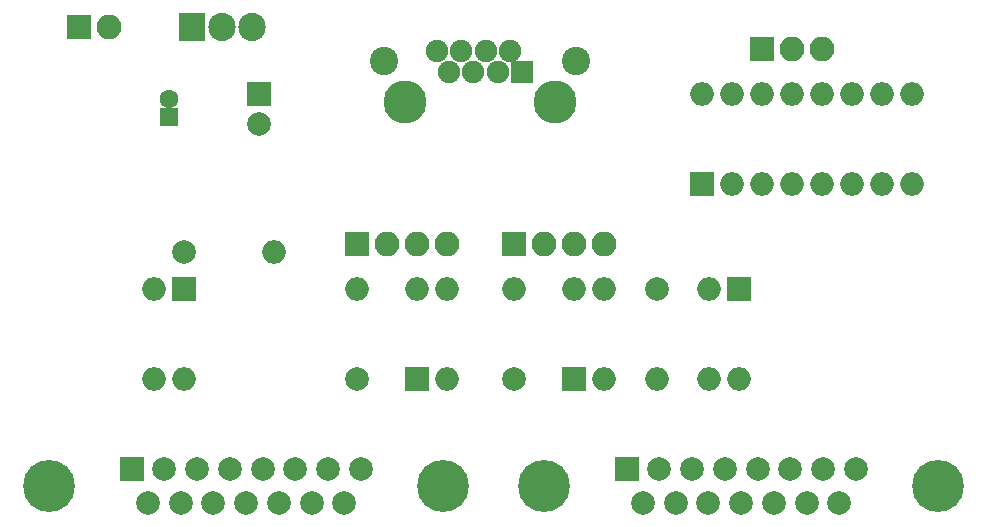
<source format=gbs>
G04 #@! TF.GenerationSoftware,KiCad,Pcbnew,(6.0.0-rc1-dev-392-gd9d005190)*
G04 #@! TF.CreationDate,2019-08-06T21:11:29-04:00*
G04 #@! TF.ProjectId,relay_ctrl_compressor_bainet,72656C61795F6374726C5F636F6D7072,rev?*
G04 #@! TF.SameCoordinates,Original*
G04 #@! TF.FileFunction,Soldermask,Bot*
G04 #@! TF.FilePolarity,Negative*
%FSLAX46Y46*%
G04 Gerber Fmt 4.6, Leading zero omitted, Abs format (unit mm)*
G04 Created by KiCad (PCBNEW (6.0.0-rc1-dev-392-gd9d005190)) date 08/06/19 21:11:29*
%MOMM*%
%LPD*%
G01*
G04 APERTURE LIST*
%ADD10C,4.400000*%
%ADD11C,2.000000*%
%ADD12R,2.000000X2.000000*%
%ADD13O,2.000000X2.000000*%
%ADD14O,2.305000X2.400000*%
%ADD15R,2.305000X2.400000*%
%ADD16O,2.100000X2.100000*%
%ADD17R,2.100000X2.100000*%
%ADD18C,2.400000*%
%ADD19C,3.650000*%
%ADD20C,1.900000*%
%ADD21R,1.900000X1.900000*%
%ADD22C,1.600000*%
%ADD23R,1.600000X1.600000*%
G04 APERTURE END LIST*
D10*
G04 #@! TO.C,J2*
X159060000Y-125245000D03*
X125760000Y-125245000D03*
D11*
X150720000Y-126665000D03*
X147950000Y-126665000D03*
X145180000Y-126665000D03*
X142410000Y-126665000D03*
X139640000Y-126665000D03*
X136870000Y-126665000D03*
X134100000Y-126665000D03*
X152105000Y-123825000D03*
X149335000Y-123825000D03*
X146565000Y-123825000D03*
X143795000Y-123825000D03*
X141025000Y-123825000D03*
X138255000Y-123825000D03*
X135485000Y-123825000D03*
D12*
X132715000Y-123825000D03*
G04 #@! TD*
D10*
G04 #@! TO.C,J1*
X117150000Y-125245000D03*
X83850000Y-125245000D03*
D11*
X108810000Y-126665000D03*
X106040000Y-126665000D03*
X103270000Y-126665000D03*
X100500000Y-126665000D03*
X97730000Y-126665000D03*
X94960000Y-126665000D03*
X92190000Y-126665000D03*
X110195000Y-123825000D03*
X107425000Y-123825000D03*
X104655000Y-123825000D03*
X101885000Y-123825000D03*
X99115000Y-123825000D03*
X96345000Y-123825000D03*
X93575000Y-123825000D03*
D12*
X90805000Y-123825000D03*
G04 #@! TD*
D13*
G04 #@! TO.C,R3*
X102870000Y-105410000D03*
D11*
X95250000Y-105410000D03*
G04 #@! TD*
D13*
G04 #@! TO.C,U5*
X95250000Y-116205000D03*
X92710000Y-108585000D03*
X92710000Y-116205000D03*
D12*
X95250000Y-108585000D03*
G04 #@! TD*
D13*
G04 #@! TO.C,U6*
X142240000Y-116205000D03*
X139700000Y-108585000D03*
X139700000Y-116205000D03*
D12*
X142240000Y-108585000D03*
G04 #@! TD*
D13*
G04 #@! TO.C,U4*
X128270000Y-108585000D03*
X130810000Y-116205000D03*
X130810000Y-108585000D03*
D12*
X128270000Y-116205000D03*
G04 #@! TD*
D13*
G04 #@! TO.C,U3*
X114935000Y-108585000D03*
X117475000Y-116205000D03*
X117475000Y-108585000D03*
D12*
X114935000Y-116205000D03*
G04 #@! TD*
D13*
G04 #@! TO.C,U2*
X139065000Y-92075000D03*
X156845000Y-99695000D03*
X141605000Y-92075000D03*
X154305000Y-99695000D03*
X144145000Y-92075000D03*
X151765000Y-99695000D03*
X146685000Y-92075000D03*
X149225000Y-99695000D03*
X149225000Y-92075000D03*
X146685000Y-99695000D03*
X151765000Y-92075000D03*
X144145000Y-99695000D03*
X154305000Y-92075000D03*
X141605000Y-99695000D03*
X156845000Y-92075000D03*
D12*
X139065000Y-99695000D03*
G04 #@! TD*
D14*
G04 #@! TO.C,U1*
X100965000Y-86360000D03*
X98425000Y-86360000D03*
D15*
X95885000Y-86360000D03*
G04 #@! TD*
D13*
G04 #@! TO.C,R4*
X135255000Y-116205000D03*
D11*
X135255000Y-108585000D03*
G04 #@! TD*
D13*
G04 #@! TO.C,R2*
X123190000Y-108585000D03*
D11*
X123190000Y-116205000D03*
G04 #@! TD*
D13*
G04 #@! TO.C,R1*
X109855000Y-108585000D03*
D11*
X109855000Y-116205000D03*
G04 #@! TD*
D16*
G04 #@! TO.C,J7*
X130810000Y-104775000D03*
X128270000Y-104775000D03*
X125730000Y-104775000D03*
D17*
X123190000Y-104775000D03*
G04 #@! TD*
D16*
G04 #@! TO.C,J6*
X117475000Y-104775000D03*
X114935000Y-104775000D03*
X112395000Y-104775000D03*
D17*
X109855000Y-104775000D03*
G04 #@! TD*
D16*
G04 #@! TO.C,J5*
X88900000Y-86360000D03*
D17*
X86360000Y-86360000D03*
G04 #@! TD*
D16*
G04 #@! TO.C,J4*
X149225000Y-88265000D03*
X146685000Y-88265000D03*
D17*
X144145000Y-88265000D03*
G04 #@! TD*
D18*
G04 #@! TO.C,J3*
X128395000Y-89280000D03*
X112135000Y-89280000D03*
D19*
X113915000Y-92710000D03*
X126615000Y-92710000D03*
D20*
X116685000Y-88390000D03*
X118725000Y-88390000D03*
X120765000Y-88390000D03*
X122805000Y-88390000D03*
X117705000Y-90170000D03*
X119745000Y-90170000D03*
X121785000Y-90170000D03*
D21*
X123825000Y-90170000D03*
G04 #@! TD*
D11*
G04 #@! TO.C,C2*
X101600000Y-94575000D03*
D12*
X101600000Y-92075000D03*
G04 #@! TD*
D22*
G04 #@! TO.C,C1*
X93980000Y-92480000D03*
D23*
X93980000Y-93980000D03*
G04 #@! TD*
M02*

</source>
